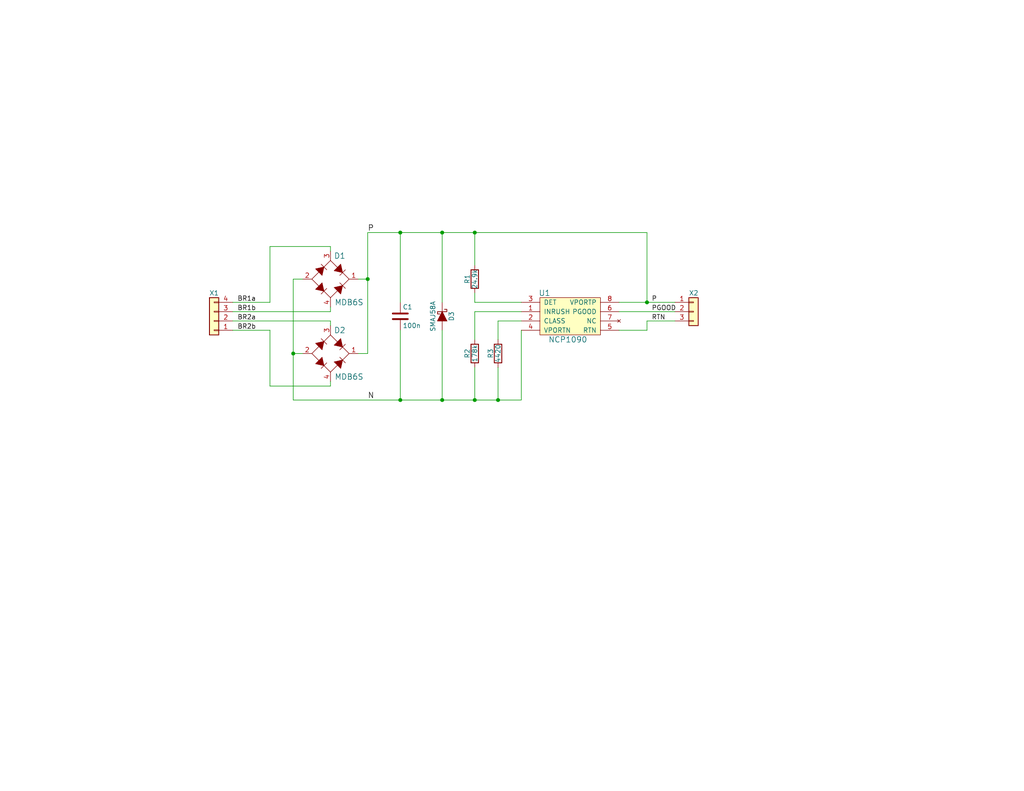
<source format=kicad_sch>
(kicad_sch (version 20230121) (generator eeschema)
  (paper "USLetter")
  (title_block (title "NCP1090 Development Board") (date "2018-09-08") (rev "2") (company "Alex M."))
  (lib_symbols
    (symbol "Connector_Generic:Conn_01x03" (pin_names (offset 1.016) hide)
      (property "Reference" "J" (at 0 5.08 0))
      (property "Value" "Conn_01x03" (at 0 -5.08 0))
      (symbol "Conn_01x03_1_1"
        (rectangle (start -1.27 -2.413) (end 0 -2.667) (stroke (width 0.1524)))
        (rectangle (start -1.27 0.127) (end 0 -0.127) (stroke (width 0.1524)))
        (rectangle (start -1.27 2.667) (end 0 2.413) (stroke (width 0.1524)))
        (rectangle (start -1.27 3.81) (end 1.27 -3.81) (stroke (width 0.254)) (fill (type background)))
        (pin passive line (at -5.08 2.54 0) (length 3.81) (name "Pin_1") (number "1"))
        (pin passive line (at -5.08 0 0) (length 3.81) (name "Pin_2") (number "2"))
        (pin passive line (at -5.08 -2.54 0) (length 3.81) (name "Pin_3") (number "3"))
      )
    )
    (symbol "Connector_Generic:Conn_01x04" (pin_names (offset 1.016) hide)
      (property "Reference" "J" (at 0 5.08 0))
      (property "Value" "Conn_01x04" (at 0 -7.62 0))
      (symbol "Conn_01x04_1_1"
        (rectangle (start -1.27 -4.953) (end 0 -5.207) (stroke (width 0.1524)))
        (rectangle (start -1.27 -2.413) (end 0 -2.667) (stroke (width 0.1524)))
        (rectangle (start -1.27 0.127) (end 0 -0.127) (stroke (width 0.1524)))
        (rectangle (start -1.27 2.667) (end 0 2.413) (stroke (width 0.1524)))
        (rectangle (start -1.27 3.81) (end 1.27 -6.35) (stroke (width 0.254)) (fill (type background)))
        (pin passive line (at -5.08 2.54 0) (length 3.81) (name "Pin_1") (number "1"))
        (pin passive line (at -5.08 0 0) (length 3.81) (name "Pin_2") (number "2"))
        (pin passive line (at -5.08 -2.54 0) (length 3.81) (name "Pin_3") (number "3"))
        (pin passive line (at -5.08 -5.08 0) (length 3.81) (name "Pin_4") (number "4"))
      )
    )
    (symbol "DevBoard_NCP1090-rescue:D_Schottky_ALT-Device" (pin_numbers hide) (pin_names (offset 1.016) hide)
      (property "Reference" "D" (at 0 2.54 0))
      (property "Value" "Device:D_Schottky_ALT" (at 0 -2.54 0))
      (symbol "D_Schottky_ALT-Device_0_1"
        (polyline (pts (xy 1.27 0) (xy -1.27 0)))
        (polyline (pts (xy 1.27 1.27) (xy 1.27 -1.27) (xy -1.27 0) (xy 1.27 1.27)) (stroke (width 0.2032)) (fill (type outline)))
        (polyline (pts (xy -1.905 0.635) (xy -1.905 1.27) (xy -1.27 1.27) (xy -1.27 -1.27) (xy -0.635 -1.27) (xy -0.635 -0.635)) (stroke (width 0.2032)))
      )
      (symbol "D_Schottky_ALT-Device_1_1"
        (pin passive line (at -3.81 0 0) (length 2.54) (name "K") (number "1"))
        (pin passive line (at 3.81 0 180) (length 2.54) (name "A") (number "2"))
      )
    )
    (symbol "DevBoard_NCP1090-rescue:MDB6S-AlexComponents" (pin_names (offset 1.016) hide)
      (property "Reference" "D" (at 2.54 6.35 0))
      (property "Value" "AlexComponents:MDB6S" (at 5.08 -6.35 0))
      (symbol "MDB6S-AlexComponents_0_1"
        (polyline (pts (xy -5.08 0) (xy 0 -5.08)))
        (polyline (pts (xy -4.064 2.794) (xy -2.286 1.016)))
        (polyline (pts (xy -2.54 -1.016) (xy -4.064 -2.54)))
        (polyline (pts (xy -1.778 3.302) (xy -5.08 0)))
        (polyline (pts (xy -1.778 3.302) (xy 0 5.08)))
        (polyline (pts (xy -1.016 2.54) (xy -2.54 4.064)))
        (polyline (pts (xy 0 -5.08) (xy 5.08 0)))
        (polyline (pts (xy 0 5.08) (xy 5.08 0)))
        (polyline (pts (xy 1.016 2.54) (xy 2.54 4.064)))
        (polyline (pts (xy 2.54 -1.016) (xy 4.064 -2.54)))
        (polyline (pts (xy -4.064 2.794) (xy -1.778 3.302) (xy -2.286 1.016)) (fill (type outline)))
        (polyline (pts (xy -3.302 -1.778) (xy -1.016 -2.286) (xy -2.794 -4.064) (xy -3.302 -1.778)) (fill (type outline)))
        (polyline (pts (xy 2.286 1.016) (xy 1.778 3.302) (xy 4.064 2.794) (xy 2.286 1.016)) (fill (type outline)))
        (polyline (pts (xy 3.302 -1.778) (xy 1.016 -2.286) (xy 2.794 -4.064) (xy 3.302 -1.778)) (fill (type outline)))
      )
      (symbol "MDB6S-AlexComponents_1_1"
        (pin power_out line (at 0 7.62 270) (length 2.54) (name "+") (number "1"))
        (pin power_out line (at 0 -7.62 90) (length 2.54) (name "-") (number "2"))
        (pin power_in line (at -7.62 0 0) (length 2.54) (name "AC1") (number "3"))
        (pin power_in line (at 7.62 0 180) (length 2.54) (name "AC2") (number "4"))
      )
    )
    (symbol "DevBoard_NCP1090-rescue:NCP1090-AlexComponents" (pin_names (offset 1.016))
      (property "Reference" "U" (at -6.35 6.35 0))
      (property "Value" "AlexComponents:NCP1090" (at 0 -6.35 0))
      (symbol "NCP1090-AlexComponents_0_1"
        (rectangle (start -7.62 5.08) (end 8.89 -5.08) (fill (type background)))
      )
      (symbol "NCP1090-AlexComponents_1_1"
        (pin output line (at -12.7 1.27 0) (length 5.08) (name "INRUSH") (number "1"))
        (pin output line (at -12.7 -1.27 0) (length 5.08) (name "CLASS") (number "2"))
        (pin output line (at -12.7 3.81 0) (length 5.08) (name "DET") (number "3"))
        (pin power_in line (at -12.7 -3.81 0) (length 5.08) (name "VPORTN") (number "4"))
        (pin power_out line (at 13.97 -3.81 180) (length 5.08) (name "RTN") (number "5"))
        (pin output line (at 13.97 1.27 180) (length 5.08) (name "PGOOD") (number "6"))
        (pin no_connect line (at 13.97 -1.27 180) (length 5.08) (name "NC") (number "7"))
        (pin power_in line (at 13.97 3.81 180) (length 5.08) (name "VPORTP") (number "8"))
      )
    )
    (symbol "Device:C" (pin_numbers hide) (pin_names (offset 0.254))
      (property "Reference" "C" (at 0.635 2.54 0))
      (property "Value" "C" (at 0.635 -2.54 0))
      (symbol "C_0_1"
        (polyline (pts (xy -2.032 -0.762) (xy 2.032 -0.762)) (stroke (width 0.508)))
        (polyline (pts (xy -2.032 0.762) (xy 2.032 0.762)) (stroke (width 0.508)))
      )
      (symbol "C_1_1"
        (pin passive line (at 0 3.81 270) (length 2.794) (name "~") (number "1"))
        (pin passive line (at 0 -3.81 90) (length 2.794) (name "~") (number "2"))
      )
    )
    (symbol "Device:R" (pin_numbers hide) (pin_names (offset 0))
      (property "Reference" "R" (at 2.032 0 90))
      (property "Value" "R" (at 0 0 90))
      (symbol "R_0_1"
        (rectangle (start -1.016 -2.54) (end 1.016 2.54) (stroke (width 0.254)))
      )
      (symbol "R_1_1"
        (pin passive line (at 0 3.81 270) (length 1.27) (name "~") (number "1"))
        (pin passive line (at 0 -3.81 90) (length 1.27) (name "~") (number "2"))
      )
    )
  )
  (junction (at 129.54 63.5))
  (junction (at 120.65 109.22))
  (junction (at 176.53 82.55))
  (junction (at 100.33 76.2))
  (junction (at 135.89 109.22))
  (junction (at 109.22 63.5))
  (junction (at 120.65 63.5))
  (junction (at 129.54 109.22))
  (junction (at 80.01 96.52))
  (junction (at 109.22 109.22))
  (wire (pts (xy 142.24 109.22) (xy 142.24 90.17)))
  (wire (pts (xy 109.22 109.22) (xy 120.65 109.22)))
  (wire (pts (xy 120.65 63.5) (xy 120.65 82.55)))
  (wire (pts (xy 80.01 76.2) (xy 80.01 96.52)))
  (wire (pts (xy 120.65 109.22) (xy 129.54 109.22)))
  (wire (pts (xy 176.53 87.63) (xy 184.15 87.63)))
  (wire (pts (xy 109.22 63.5) (xy 109.22 82.55)))
  (wire (pts (xy 90.17 105.41) (xy 73.66 105.41)))
  (wire (pts (xy 176.53 63.5) (xy 176.53 82.55)))
  (wire (pts (xy 176.53 82.55) (xy 184.15 82.55)))
  (wire (pts (xy 109.22 109.22) (xy 109.22 90.17)))
  (wire (pts (xy 129.54 82.55) (xy 129.54 80.01)))
  (wire (pts (xy 82.55 76.2) (xy 80.01 76.2)))
  (wire (pts (xy 100.33 96.52) (xy 97.79 96.52)))
  (wire (pts (xy 135.89 109.22) (xy 142.24 109.22)))
  (wire (pts (xy 109.22 63.5) (xy 120.65 63.5)))
  (wire (pts (xy 176.53 90.17) (xy 176.53 87.63)))
  (wire (pts (xy 90.17 85.09) (xy 90.17 83.82)))
  (wire (pts (xy 63.5 90.17) (xy 73.66 90.17)))
  (wire (pts (xy 129.54 85.09) (xy 129.54 92.71)))
  (wire (pts (xy 135.89 109.22) (xy 135.89 100.33)))
  (wire (pts (xy 100.33 76.2) (xy 100.33 96.52)))
  (wire (pts (xy 63.5 87.63) (xy 90.17 87.63)))
  (wire (pts (xy 120.65 63.5) (xy 129.54 63.5)))
  (wire (pts (xy 135.89 87.63) (xy 135.89 92.71)))
  (wire (pts (xy 100.33 76.2) (xy 97.79 76.2)))
  (wire (pts (xy 90.17 88.9) (xy 90.17 87.63)))
  (wire (pts (xy 168.91 90.17) (xy 176.53 90.17)))
  (wire (pts (xy 168.91 82.55) (xy 176.53 82.55)))
  (wire (pts (xy 129.54 63.5) (xy 176.53 63.5)))
  (wire (pts (xy 80.01 109.22) (xy 109.22 109.22)))
  (wire (pts (xy 73.66 105.41) (xy 73.66 90.17)))
  (wire (pts (xy 142.24 87.63) (xy 135.89 87.63)))
  (wire (pts (xy 142.24 85.09) (xy 129.54 85.09)))
  (wire (pts (xy 90.17 104.14) (xy 90.17 105.41)))
  (wire (pts (xy 73.66 67.31) (xy 73.66 82.55)))
  (wire (pts (xy 129.54 109.22) (xy 135.89 109.22)))
  (wire (pts (xy 80.01 96.52) (xy 80.01 109.22)))
  (wire (pts (xy 168.91 85.09) (xy 184.15 85.09)))
  (wire (pts (xy 100.33 63.5) (xy 109.22 63.5)))
  (wire (pts (xy 63.5 82.55) (xy 73.66 82.55)))
  (wire (pts (xy 142.24 82.55) (xy 129.54 82.55)))
  (wire (pts (xy 63.5 85.09) (xy 90.17 85.09)))
  (wire (pts (xy 129.54 63.5) (xy 129.54 72.39)))
  (wire (pts (xy 90.17 68.58) (xy 90.17 67.31)))
  (wire (pts (xy 82.55 96.52) (xy 80.01 96.52)))
  (wire (pts (xy 129.54 109.22) (xy 129.54 100.33)))
  (wire (pts (xy 120.65 90.17) (xy 120.65 109.22)))
  (wire (pts (xy 100.33 63.5) (xy 100.33 76.2)))
  (wire (pts (xy 90.17 67.31) (xy 73.66 67.31)))
  (label "N" (at 100.33 109.22 0) (effects (font (size 1.524 1.524))))
  (label "P" (at 177.8 82.55 0))
  (label "P" (at 100.33 63.5 0) (effects (font (size 1.524 1.524))))
  (label "PGOOD" (at 177.8 85.09 0))
  (label "BR1b" (at 64.77 85.09 0))
  (label "BR2b" (at 64.77 90.17 0))
  (label "RTN" (at 177.8 87.63 0))
  (label "BR1a" (at 64.77 82.55 0))
  (label "BR2a" (at 64.77 87.63 0))
  (symbol (lib_id "DevBoard_NCP1090-rescue:D_Schottky_ALT-Device") (at 120.65 86.36 270) (unit 1)
    (property "Reference" "D3" (at 123.19 86.36 0))
    (property "Value" "SMAJ58A" (at 118.11 86.36 0))
    (property "Footprint" "Diodes_SMD:D_SMA" (effects hide))
    (property "Datasheet" "http://www.vishay.com/docs/88390/smaj50a.pdf" (effects hide))
    (property "DigiKey Part Number" "SMAJ58A-E3/61GICT-ND" (effects hide))
  )
  (symbol (lib_id "Device:C") (at 109.22 86.36 0) (unit 1)
    (property "Reference" "C1" (at 109.855 83.82 0) (effects (justify left)))
    (property "Value" "100n" (at 109.855 88.9 0) (effects (justify left)))
    (property "Footprint" "Capacitors_SMD:C_0805" (effects hide))
    (property "Datasheet" "http://www.samsungsem.com/kr/support/library/product-catalog/mlcc.jsp" (effects hide))
    (property "DigiKey Part Number" "1276-6840-1-ND" (effects hide))
  )
  (symbol (lib_id "DevBoard_NCP1090-rescue:MDB6S-AlexComponents") (at 90.17 76.2 270) (unit 1)
    (property "Reference" "D1" (at 92.71 69.85 90) (effects (font (size 1.524 1.524))))
    (property "Value" "MDB6S" (at 95.25 82.55 90) (effects (font (size 1.524 1.524))))
    (property "Footprint" "AlexComponents:Micro-DIP-4" (effects hide))
    (property "Datasheet" "https://www.fairchildsemi.com/datasheets/MD/MDB10S.pdf" (effects hide))
    (property "DigiKey Part Number" "MDB6SFSCT-ND" (effects hide))
  )
  (symbol (lib_id "DevBoard_NCP1090-rescue:MDB6S-AlexComponents") (at 90.17 96.52 270) (unit 1)
    (property "Reference" "D2" (at 92.71 90.17 90) (effects (font (size 1.524 1.524))))
    (property "Value" "MDB6S" (at 95.25 102.87 90) (effects (font (size 1.524 1.524))))
    (property "Footprint" "AlexComponents:Micro-DIP-4" (effects hide))
    (property "Datasheet" "https://www.fairchildsemi.com/datasheets/MD/MDB10S.pdf" (effects hide))
    (property "DigiKey Part Number" "MDB6SFSCT-ND" (effects hide))
  )
  (symbol (lib_id "DevBoard_NCP1090-rescue:NCP1090-AlexComponents") (at 154.94 86.36 0) (unit 1)
    (property "Reference" "U1" (at 148.59 80.01 0) (effects (font (size 1.524 1.524))))
    (property "Value" "NCP1090" (at 154.94 92.71 0) (effects (font (size 1.524 1.524))))
    (property "Footprint" "Housings_SOIC:SOIC-8_3.9x4.9mm_Pitch1.27mm" (effects hide))
    (property "Datasheet" "http://www.onsemi.com/pub/Collateral/NCP1090-D.PDF" (effects hide))
    (property "DigiKey Part Number" "NCP1090DGOS-ND" (effects hide))
  )
  (symbol (lib_id "Device:R") (at 129.54 76.2 180) (unit 1)
    (property "Reference" "R1" (at 127.508 76.2 90))
    (property "Value" "24.9k" (at 129.54 76.2 90))
    (property "Footprint" "Resistors_SMD:R_0805" (effects hide))
    (property "DigiKey Part Number" "311-24.9KCRCT-ND " (effects hide))
  )
  (symbol (lib_id "Device:R") (at 129.54 96.52 180) (unit 1)
    (property "Reference" "R2" (at 127.508 96.52 90))
    (property "Value" "178k" (at 129.54 96.52 90))
    (property "Footprint" "Resistors_SMD:R_0805" (effects hide))
    (property "DigiKey Part Number" "311-178KCRCT-ND" (effects hide))
  )
  (symbol (lib_id "Device:R") (at 135.89 96.52 180) (unit 1)
    (property "Reference" "R3" (at 133.858 96.52 90))
    (property "Value" "4420" (at 135.89 96.52 90))
    (property "Footprint" "Resistors_SMD:R_0805" (effects hide))
    (property "DigiKey Part Number" "311-4.42KCRCT-ND " (effects hide))
  )
  (symbol (lib_id "Connector_Generic:Conn_01x04") (at 58.42 87.63 180) (unit 1)
    (property "Reference" "X1" (at 58.42 80.01 0))
    (property "Value" "Conn_01x04" (effects hide))
    (property "Footprint" "Pin_Headers:Pin_Header_Straight_1x04_Pitch2.54mm" (effects hide))
  )
  (symbol (lib_id "Connector_Generic:Conn_01x03") (at 189.23 85.09 0) (unit 1)
    (property "Reference" "X2" (at 187.96 80.01 0) (effects (justify left)))
    (property "Value" "Conn_01x03" (effects hide))
    (property "Footprint" "Pin_Headers:Pin_Header_Straight_1x03_Pitch2.54mm" (effects hide))
  )
)
</source>
